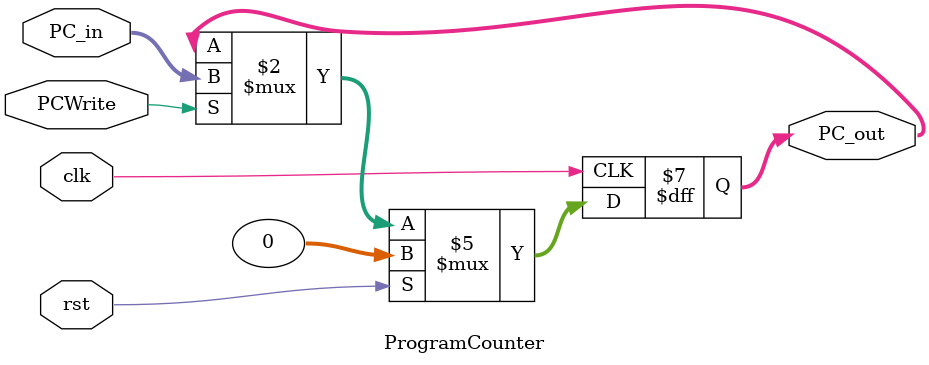
<source format=sv>
module ProgramCounter(
    input clk,
    input rst,
    input PCWrite,
    input [31:0] PC_in,
    output logic [31:0] PC_out
);

    always_ff @(posedge clk) begin       //sequnetial
        if (rst) begin
            PC_out <= 32'b0;
        end
        else begin
            if (PCWrite) begin      //if PCWrite ==1 ,give pc_out the value of PC
                PC_out <= PC_in;
            end
        end
    end
endmodule

</source>
